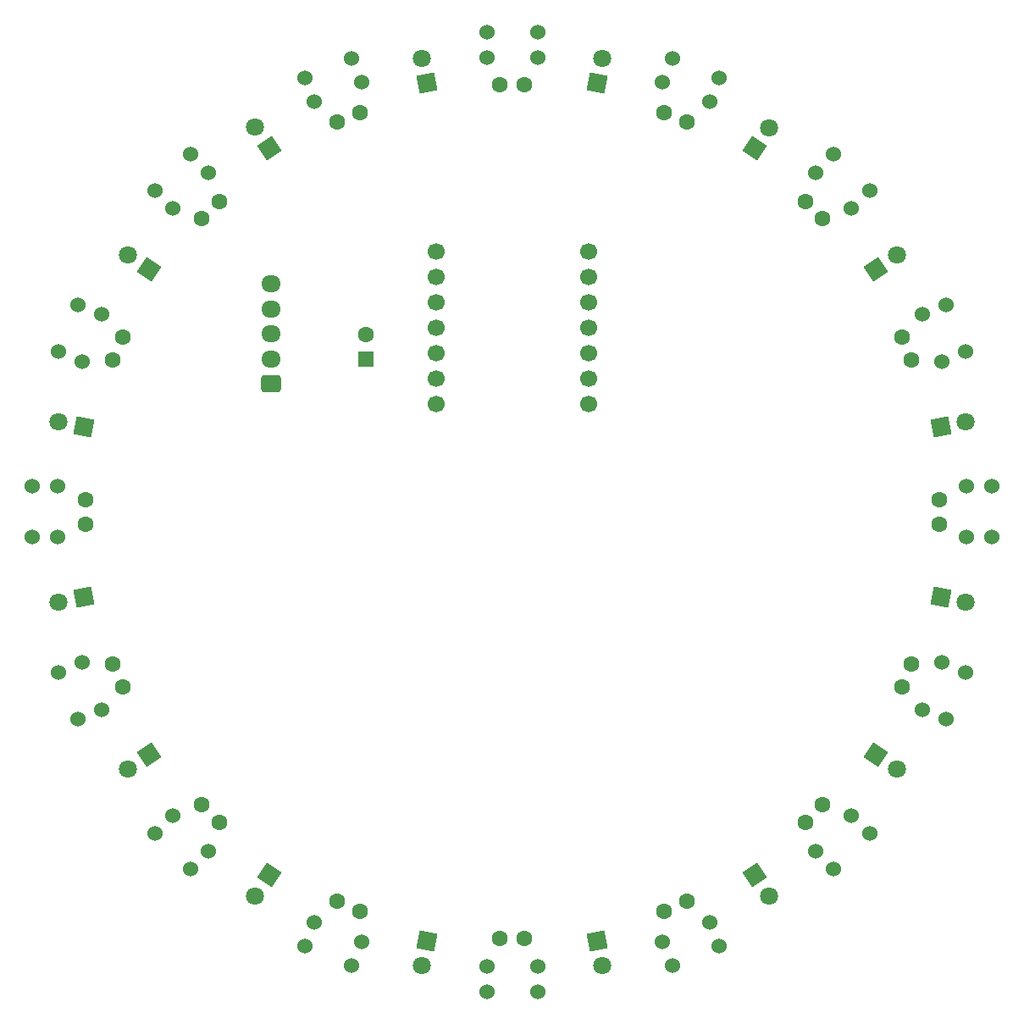
<source format=gbr>
%TF.GenerationSoftware,KiCad,Pcbnew,(6.0.11)*%
%TF.CreationDate,2023-09-02T14:34:40+09:00*%
%TF.ProjectId,line_board,6c696e65-5f62-46f6-9172-642e6b696361,rev?*%
%TF.SameCoordinates,Original*%
%TF.FileFunction,Soldermask,Top*%
%TF.FilePolarity,Negative*%
%FSLAX46Y46*%
G04 Gerber Fmt 4.6, Leading zero omitted, Abs format (unit mm)*
G04 Created by KiCad (PCBNEW (6.0.11)) date 2023-09-02 14:34:40*
%MOMM*%
%LPD*%
G01*
G04 APERTURE LIST*
G04 Aperture macros list*
%AMRoundRect*
0 Rectangle with rounded corners*
0 $1 Rounding radius*
0 $2 $3 $4 $5 $6 $7 $8 $9 X,Y pos of 4 corners*
0 Add a 4 corners polygon primitive as box body*
4,1,4,$2,$3,$4,$5,$6,$7,$8,$9,$2,$3,0*
0 Add four circle primitives for the rounded corners*
1,1,$1+$1,$2,$3*
1,1,$1+$1,$4,$5*
1,1,$1+$1,$6,$7*
1,1,$1+$1,$8,$9*
0 Add four rect primitives between the rounded corners*
20,1,$1+$1,$2,$3,$4,$5,0*
20,1,$1+$1,$4,$5,$6,$7,0*
20,1,$1+$1,$6,$7,$8,$9,0*
20,1,$1+$1,$8,$9,$2,$3,0*%
%AMRotRect*
0 Rectangle, with rotation*
0 The origin of the aperture is its center*
0 $1 length*
0 $2 width*
0 $3 Rotation angle, in degrees counterclockwise*
0 Add horizontal line*
21,1,$1,$2,0,0,$3*%
G04 Aperture macros list end*
%ADD10C,1.524000*%
%ADD11RotRect,1.800000X1.800000X281.250000*%
%ADD12C,1.800000*%
%ADD13RotRect,1.800000X1.800000X56.250000*%
%ADD14C,1.600000*%
%ADD15RotRect,1.800000X1.800000X326.250000*%
%ADD16RotRect,1.800000X1.800000X191.250000*%
%ADD17RotRect,1.800000X1.800000X123.750000*%
%ADD18RotRect,1.800000X1.800000X258.750000*%
%ADD19RotRect,1.800000X1.800000X11.250000*%
%ADD20RotRect,1.800000X1.800000X348.750000*%
%ADD21RotRect,1.800000X1.800000X146.250000*%
%ADD22RotRect,1.800000X1.800000X168.750000*%
%ADD23RotRect,1.800000X1.800000X236.250000*%
%ADD24RotRect,1.800000X1.800000X303.750000*%
%ADD25RotRect,1.800000X1.800000X78.750000*%
%ADD26RotRect,1.800000X1.800000X33.750000*%
%ADD27RotRect,1.800000X1.800000X101.250000*%
%ADD28RotRect,1.800000X1.800000X213.750000*%
%ADD29C,1.700000*%
%ADD30R,1.600000X1.600000*%
%ADD31RoundRect,0.250000X0.725000X-0.600000X0.725000X0.600000X-0.725000X0.600000X-0.725000X-0.600000X0*%
%ADD32O,1.950000X1.700000*%
G04 APERTURE END LIST*
D10*
%TO.C,U1*%
X149860000Y-136885982D03*
X149860000Y-139425982D03*
X154940000Y-139425982D03*
X154940000Y-136885982D03*
%TD*%
%TO.C,U6*%
X111385387Y-71701897D03*
X109038733Y-70729881D03*
X107094701Y-75423189D03*
X109441355Y-76395205D03*
%TD*%
D11*
%TO.C,D16*%
X160923103Y-134288512D03*
D12*
X161418632Y-136779707D03*
%TD*%
D13*
%TO.C,D10*%
X176668964Y-55118911D03*
D12*
X178080112Y-53006978D03*
%TD*%
D10*
%TO.C,U14*%
X193414613Y-111178067D03*
X195761267Y-112150083D03*
X197705299Y-107456775D03*
X195358645Y-106484759D03*
%TD*%
%TO.C,U2*%
X132661915Y-132454595D03*
X131689899Y-134801249D03*
X136383207Y-136745281D03*
X137355223Y-134398627D03*
%TD*%
%TO.C,U4*%
X109441355Y-106484759D03*
X107094701Y-107456775D03*
X109038733Y-112150083D03*
X111385387Y-111178067D03*
%TD*%
D14*
%TO.C,C3*%
X121342469Y-120729746D03*
X123110236Y-122497513D03*
%TD*%
D10*
%TO.C,U8*%
X137355223Y-48481337D03*
X136383207Y-46134683D03*
X131689899Y-48078715D03*
X132661915Y-50425369D03*
%TD*%
D15*
%TO.C,D14*%
X188725230Y-115711724D03*
D12*
X190837163Y-117122872D03*
%TD*%
D14*
%TO.C,C1*%
X151150000Y-134111964D03*
X153650000Y-134111964D03*
%TD*%
D16*
%TO.C,D4*%
X109556375Y-99962109D03*
D12*
X107065180Y-100457638D03*
%TD*%
D14*
%TO.C,C13*%
X192302125Y-76264971D03*
X191345416Y-73955272D03*
%TD*%
D10*
%TO.C,U7*%
X122060877Y-57508756D03*
X120264826Y-55712705D03*
X116672723Y-59304808D03*
X118468774Y-61100859D03*
%TD*%
D17*
%TO.C,D7*%
X128128257Y-55114753D03*
D12*
X126717109Y-53002820D03*
%TD*%
D10*
%TO.C,U9*%
X154940000Y-45993982D03*
X154940000Y-43453982D03*
X149860000Y-43453982D03*
X149860000Y-45993982D03*
%TD*%
%TO.C,U15*%
X182739123Y-125371208D03*
X184535174Y-127167259D03*
X188127277Y-123575156D03*
X186331226Y-121779105D03*
%TD*%
%TO.C,U5*%
X106954000Y-88899982D03*
X104414000Y-88899982D03*
X104414000Y-93979982D03*
X106954000Y-93979982D03*
%TD*%
D18*
%TO.C,D1*%
X143876898Y-134288512D03*
D12*
X143381369Y-136779707D03*
%TD*%
D14*
%TO.C,C7*%
X123110236Y-60382451D03*
X121342469Y-62150218D03*
%TD*%
D19*
%TO.C,D12*%
X195248530Y-82916879D03*
D12*
X197739725Y-82421350D03*
%TD*%
D20*
%TO.C,D13*%
X195248530Y-99963084D03*
D12*
X197739725Y-100458613D03*
%TD*%
D14*
%TO.C,C9*%
X167575011Y-131342107D03*
X169884710Y-130385398D03*
%TD*%
D21*
%TO.C,D6*%
X116078928Y-67171017D03*
D12*
X113966995Y-65759869D03*
%TD*%
D22*
%TO.C,D5*%
X109556375Y-82917855D03*
D12*
X107065180Y-82422326D03*
%TD*%
D10*
%TO.C,U10*%
X172138085Y-50425369D03*
X173110101Y-48078715D03*
X168416793Y-46134683D03*
X167444777Y-48481337D03*
%TD*%
D23*
%TO.C,D2*%
X128128258Y-127765212D03*
D12*
X126717110Y-129877145D03*
%TD*%
D10*
%TO.C,U11*%
X186331226Y-61100859D03*
X188127277Y-59304808D03*
X184535174Y-55712705D03*
X182739123Y-57508756D03*
%TD*%
%TO.C,U16*%
X167444777Y-134398627D03*
X168416793Y-136745281D03*
X173110101Y-134801249D03*
X172138085Y-132454595D03*
%TD*%
D24*
%TO.C,D15*%
X176668964Y-127761054D03*
D12*
X178080112Y-129872987D03*
%TD*%
D10*
%TO.C,U3*%
X118468774Y-121779105D03*
X116672723Y-123575156D03*
X120264826Y-127167259D03*
X122060877Y-125371208D03*
%TD*%
D14*
%TO.C,C15*%
X191345416Y-108924692D03*
X192302125Y-106614993D03*
%TD*%
%TO.C,C14*%
X181689764Y-122497513D03*
X183457531Y-120729746D03*
%TD*%
%TO.C,C2*%
X134915290Y-130385398D03*
X137224989Y-131342107D03*
%TD*%
%TO.C,C10*%
X153650000Y-48768000D03*
X151150000Y-48768000D03*
%TD*%
D25*
%TO.C,D9*%
X160922127Y-48596357D03*
D12*
X161417656Y-46105162D03*
%TD*%
D10*
%TO.C,U12*%
X195358645Y-76395205D03*
X197705299Y-75423189D03*
X195761267Y-70729881D03*
X193414613Y-71701897D03*
%TD*%
%TO.C,U13*%
X197846000Y-93979982D03*
X200386000Y-93979982D03*
X200386000Y-88899982D03*
X197846000Y-88899982D03*
%TD*%
D14*
%TO.C,C16*%
X195071982Y-92689982D03*
X195071982Y-90189982D03*
%TD*%
D26*
%TO.C,D11*%
X188725229Y-67168239D03*
D12*
X190837162Y-65757091D03*
%TD*%
D14*
%TO.C,C4*%
X112497875Y-106614993D03*
X113454584Y-108924692D03*
%TD*%
%TO.C,C11*%
X169884710Y-52494566D03*
X167575011Y-51537857D03*
%TD*%
%TO.C,C12*%
X183457531Y-62150218D03*
X181689764Y-60382451D03*
%TD*%
%TO.C,C6*%
X113454584Y-73955272D03*
X112497875Y-76264971D03*
%TD*%
D27*
%TO.C,D8*%
X143876897Y-48591452D03*
D12*
X143381368Y-46100257D03*
%TD*%
D28*
%TO.C,D3*%
X116074771Y-115711725D03*
D12*
X113962838Y-117122873D03*
%TD*%
D14*
%TO.C,C5*%
X109728018Y-90189982D03*
X109728018Y-92689982D03*
%TD*%
%TO.C,C8*%
X137224989Y-51537857D03*
X134915290Y-52494566D03*
%TD*%
D29*
%TO.C,U17*%
X144780000Y-80645000D03*
X144780000Y-78105000D03*
X144780000Y-75565000D03*
X144780000Y-73025000D03*
X144780000Y-70485000D03*
X144780000Y-67945000D03*
X144780000Y-65405000D03*
X160020000Y-65405000D03*
X160020000Y-67945000D03*
X160020000Y-70485000D03*
X160020000Y-73025000D03*
X160020000Y-75565000D03*
X160020000Y-78105000D03*
X160020000Y-80645000D03*
%TD*%
D30*
%TO.C,C17*%
X137769600Y-76191826D03*
D14*
X137769600Y-73691826D03*
%TD*%
D31*
%TO.C,J1*%
X128287000Y-78660000D03*
D32*
X128287000Y-76160000D03*
X128287000Y-73660000D03*
X128287000Y-71160000D03*
X128287000Y-68660000D03*
%TD*%
M02*

</source>
